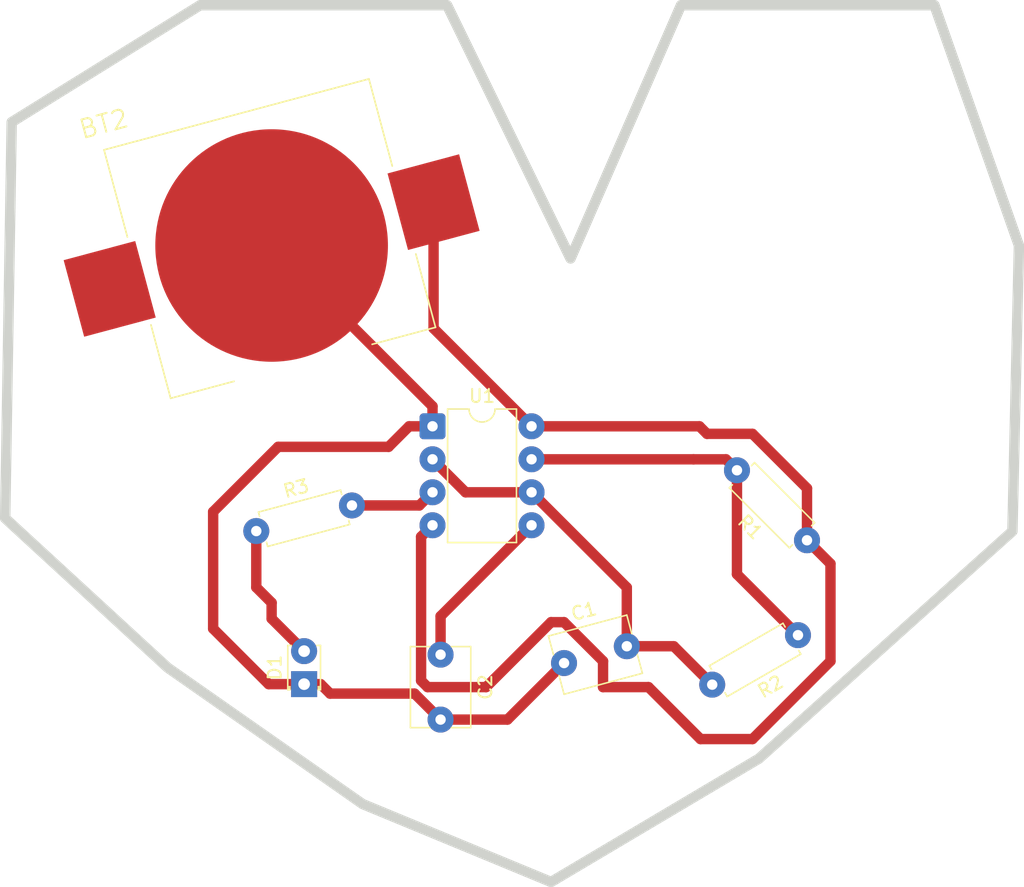
<source format=kicad_pcb>
(kicad_pcb (version 20241229) (generator "pcbnew") (generator_version "9.0")
  (layers (0 "F.Cu" signal) (2 "B.Cu" signal) (13 "F.Paste" user) (15 "B.Paste" user) (5 "F.SilkS" user "F.Silkscreen") (7 "B.SilkS" user "B.Silkscreen") (1 "F.Mask" user) (3 "B.Mask" user) (25 "Edge.Cuts" user))
  (net 0 "")
  (net 1 "GND")
  (net 2 "+3V0")
  (net 3 "Net-(U1-THR)")
  (net 4 "Net-(U1-CV)")
  (net 5 "Net-(D1-A)")
  (net 6 "Net-(U1-DIS)")
  (net 7 "Net-(U1-Q)")
  (footprint "Capacitor_THT:C_Disc_D6.0mm_W4.4mm_P5.00mm" (layer "F.Cu") (at 133 104.5 -90)
    (property "Reference" "C2" (at 2.500002 -3.449998 90) (layer "F.SilkS"))
    (property "Value" "10n")
    (fp_line (start 5.620001 2.319999) (end -0.62 2.319998) (stroke (width 0.12)) (layer "F.SilkS"))
    (fp_line (start -0.62 2.319998) (end -0.619999 0.835) (stroke (width 0.12)) (layer "F.SilkS"))
    (fp_line (start 5.62 0.835) (end 5.620001 2.319999) (stroke (width 0.12)) (layer "F.SilkS"))
    (fp_line (start -0.62 -0.835002) (end -0.619999 -2.32) (stroke (width 0.12)) (layer "F.SilkS"))
    (fp_line (start 5.619999 -2.319999) (end 5.62 -0.835) (stroke (width 0.12)) (layer "F.SilkS"))
    (fp_line (start -0.619999 -2.32) (end 5.619999 -2.319999) (stroke (width 0.12)) (layer "F.SilkS"))
    (pad "1" thru_hole circle (at 0 0 270) (size 2 2) (drill 0.8) (layers "*.Cu" "*.Mask") (net 4 "Net-(U1-CV)"))
    (pad "2" thru_hole circle (at 5 0 270) (size 2 2) (drill 0.8) (layers "*.Cu" "*.Mask") (net 1 "GND"))
  )
  (footprint "Resistor_THT:R_Axial_DIN0207_L6.3mm_D2.5mm_P7.62mm_Horizontal" (layer "F.Cu") (at 161.194077 95.694076 135)
    (property "Reference" "R1" (at 3.81 -2.370001 135) (layer "F.SilkS"))
    (property "Value" "R")
    (fp_line (start 7.080001 -1.37) (end 7.080001 -1.040001) (stroke (width 0.12)) (layer "F.SilkS"))
    (fp_line (start 7.080001 1.369999) (end 7.079999 1.039999) (stroke (width 0.12)) (layer "F.SilkS"))
    (fp_line (start 0.540001 -1.369999) (end 7.080001 -1.37) (stroke (width 0.12)) (layer "F.SilkS"))
    (fp_line (start 0.539998 -1.039999) (end 0.540001 -1.369999) (stroke (width 0.12)) (layer "F.SilkS"))
    (fp_line (start 0.539999 1.040001) (end 0.539999 1.370001) (stroke (width 0.12)) (layer "F.SilkS"))
    (fp_line (start 0.539999 1.370001) (end 7.080001 1.369999) (stroke (width 0.12)) (layer "F.SilkS"))
    (pad "1" thru_hole circle (at 0 0 135) (size 2 2) (drill 0.8) (layers "*.Cu" "*.Mask") (net 2 "+3V0"))
    (pad "2" thru_hole circle (at 7.62 0 135) (size 2 2) (drill 0.8) (layers "*.Cu" "*.Mask") (net 6 "Net-(U1-DIS)"))
  )
  (footprint "Resistor_THT:R_Axial_DIN0207_L6.3mm_D2.5mm_P7.62mm_Horizontal" (layer "F.Cu") (at 160.5 103 -150)
    (property "Reference" "R2" (at 3.809999 -2.37 30) (layer "F.SilkS"))
    (property "Value" "R")
    (fp_line (start 7.080001 1.370001) (end 7.080002 1.040002) (stroke (width 0.12)) (layer "F.SilkS"))
    (fp_line (start 7.080001 -1.369999) (end 7.08 -1.039998) (stroke (width 0.12)) (layer "F.SilkS"))
    (fp_line (start 0.54 1.369998) (end 7.080001 1.370001) (stroke (width 0.12)) (layer "F.SilkS"))
    (fp_line (start 0.539998 1.04) (end 0.54 1.369998) (stroke (width 0.12)) (layer "F.SilkS"))
    (fp_line (start 0.539999 -1.040001) (end 0.539999 -1.370001) (stroke (width 0.12)) (layer "F.SilkS"))
    (fp_line (start 0.539999 -1.370001) (end 7.080001 -1.369999) (stroke (width 0.12)) (layer "F.SilkS"))
    (pad "1" thru_hole circle (at 0 0 210) (size 2 2) (drill 0.8) (layers "*.Cu" "*.Mask") (net 6 "Net-(U1-DIS)"))
    (pad "2" thru_hole circle (at 7.62 0 210) (size 2 2) (drill 0.8) (layers "*.Cu" "*.Mask") (net 3 "Net-(U1-THR)"))
  )
  (footprint "Capacitor_THT:C_Disc_D6.0mm_W4.4mm_P5.00mm" (layer "F.Cu") (at 142.5 105.147048 15)
    (property "Reference" "C1" (at 2.5 -3.45 15) (layer "F.SilkS"))
    (property "Value" "C")
    (fp_line (start -0.62 -2.32) (end 5.62 -2.32) (stroke (width 0.12)) (layer "F.SilkS"))
    (fp_line (start -0.62 -0.835) (end -0.62 -2.32) (stroke (width 0.12)) (layer "F.SilkS"))
    (fp_line (start -0.62 2.32) (end -0.62 0.835) (stroke (width 0.12)) (layer "F.SilkS"))
    (fp_line (start 5.62 -2.32) (end 5.62 -0.835) (stroke (width 0.12)) (layer "F.SilkS"))
    (fp_line (start 5.62 0.835) (end 5.62 2.32) (stroke (width 0.12)) (layer "F.SilkS"))
    (fp_line (start 5.62 2.32) (end -0.62 2.32) (stroke (width 0.12)) (layer "F.SilkS"))
    (pad "1" thru_hole circle (at 0 0 15) (size 2 2) (drill 0.8) (layers "*.Cu" "*.Mask") (net 1 "GND"))
    (pad "2" thru_hole circle (at 5 0 15) (size 2 2) (drill 0.8) (layers "*.Cu" "*.Mask") (net 3 "Net-(U1-THR)"))
  )
  (footprint "LED_THT:LED_D1.8mm_W3.3mm_H2.4mm" (layer "F.Cu") (at 122.499999 106.77 90)
    (property "Reference" "D1" (at 1.270001 -2.26 90) (layer "F.SilkS"))
    (property "Value" "LED")
    (fp_line (start 2.98 -1.26) (end 2.979999 -0.986001) (stroke (width 0.12)) (layer "F.SilkS"))
    (fp_line (start -0.2 -1.26) (end -0.200002 -1.080001) (stroke (width 0.12)) (layer "F.SilkS"))
    (fp_line (start -0.44 -1.26) (end 2.98 -1.26) (stroke (width 0.12)) (layer "F.SilkS"))
    (fp_line (start -0.320002 -1.259999) (end -0.320002 -1.080001) (stroke (width 0.12)) (layer "F.SilkS"))
    (fp_line (start -0.439998 -1.079999) (end -0.44 -1.26) (stroke (width 0.12)) (layer "F.SilkS"))
    (fp_line (start 2.980001 0.986) (end 2.98 1.26) (stroke (width 0.12)) (layer "F.SilkS"))
    (fp_line (start -0.200002 1.079999) (end -0.2 1.26) (stroke (width 0.12)) (layer "F.SilkS"))
    (fp_line (start -0.320001 1.08) (end -0.320001 1.260002) (stroke (width 0.12)) (layer "F.SilkS"))
    (fp_line (start 2.98 1.26) (end -0.44 1.26) (stroke (width 0.12)) (layer "F.SilkS"))
    (fp_line (start -0.44 1.26) (end -0.44 1.08) (stroke (width 0.12)) (layer "F.SilkS"))
    (pad "1" thru_hole rect (at 0 0 90) (size 2 2) (drill 0.9) (layers "*.Cu" "*.Mask") (net 1 "GND"))
    (pad "2" thru_hole circle (at 2.540002 -0.000003 90) (size 2 2) (drill 0.9) (layers "*.Cu" "*.Mask") (net 5 "Net-(D1-A)"))
  )
  (footprint "Resistor_THT:R_Axial_DIN0207_L6.3mm_D2.5mm_P7.62mm_Horizontal" (layer "F.Cu") (at 118.819823 94.986101 15)
    (property "Reference" "R3" (at 3.809999 -2.370001 15) (layer "F.SilkS"))
    (property "Value" "R")
    (fp_line (start 0.54 -1.37) (end 7.08 -1.37) (stroke (width 0.12)) (layer "F.SilkS"))
    (fp_line (start 0.54 -1.04) (end 0.54 -1.37) (stroke (width 0.12)) (layer "F.SilkS"))
    (fp_line (start 0.54 1.04) (end 0.54 1.37) (stroke (width 0.12)) (layer "F.SilkS"))
    (fp_line (start 0.54 1.37) (end 7.08 1.37) (stroke (width 0.12)) (layer "F.SilkS"))
    (fp_line (start 7.08 -1.37) (end 7.08 -1.04) (stroke (width 0.12)) (layer "F.SilkS"))
    (fp_line (start 7.08 1.37) (end 7.08 1.04) (stroke (width 0.12)) (layer "F.SilkS"))
    (pad "1" thru_hole circle (at 0 0 15) (size 2 2) (drill 0.8) (layers "*.Cu" "*.Mask") (net 5 "Net-(D1-A)"))
    (pad "2" thru_hole circle (at 7.62 0 15) (size 2 2) (drill 0.8) (layers "*.Cu" "*.Mask") (net 7 "Net-(U1-Q)"))
  )
  (footprint "Package_DIP:DIP-8_W7.62mm" (layer "F.Cu") (at 132.38 86.92)
    (property "Reference" "U1" (at 3.81 -2.33 0) (layer "F.SilkS"))
    (property "Value" "TLC555xP")
    (fp_line (start 1.16 -1.33) (end 1.16 8.95) (stroke (width 0.12)) (layer "F.SilkS"))
    (fp_line (start 1.16 8.95) (end 6.46 8.95) (stroke (width 0.12)) (layer "F.SilkS"))
    (fp_line (start 2.81 -1.33) (end 1.16 -1.33) (stroke (width 0.12)) (layer "F.SilkS"))
    (fp_line (start 6.46 -1.33) (end 4.81 -1.33) (stroke (width 0.12)) (layer "F.SilkS"))
    (fp_line (start 6.46 8.95) (end 6.46 -1.33) (stroke (width 0.12)) (layer "F.SilkS"))
    (fp_arc (start 4.81 -1.33) (mid 3.81 -0.33) (end 2.81 -1.33) (stroke (width 0.12)) (layer "F.SilkS"))
    (pad "1" thru_hole roundrect (at 0 0) (size 2 2) (drill 0.8) (layers "*.Cu" "*.Mask") (roundrect_rratio 0.15625) (net 1 "GND"))
    (pad "2" thru_hole circle (at 0 2.54) (size 2 2) (drill 0.8) (layers "*.Cu" "*.Mask") (net 3 "Net-(U1-THR)"))
    (pad "3" thru_hole circle (at 0 5.08) (size 2 2) (drill 0.8) (layers "*.Cu" "*.Mask") (net 7 "Net-(U1-Q)"))
    (pad "4" thru_hole circle (at 0 7.62) (size 2 2) (drill 0.8) (layers "*.Cu" "*.Mask") (net 2 "+3V0"))
    (pad "5" thru_hole circle (at 7.62 7.62) (size 2 2) (drill 0.8) (layers "*.Cu" "*.Mask") (net 4 "Net-(U1-CV)"))
    (pad "6" thru_hole circle (at 7.62 5.08) (size 2 2) (drill 0.8) (layers "*.Cu" "*.Mask") (net 3 "Net-(U1-THR)"))
    (pad "7" thru_hole circle (at 7.62 2.54) (size 2 2) (drill 0.8) (layers "*.Cu" "*.Mask") (net 6 "Net-(U1-DIS)"))
    (pad "8" thru_hole circle (at 7.62 0) (size 2 2) (drill 0.8) (layers "*.Cu" "*.Mask") (net 2 "+3V0"))
  )
  (footprint "BAT-HLD-003-SMT:BAT_BAT-HLD-003-SMT" (layer "F.Cu") (at 120 73 15)
    (property "Reference" "BT2" (at -10.055 -12.389 15) (layer "F.SilkS") (effects (font (size 1.4 1.4))))
    (property "Value" "BAT-HLD-003-SMT")
    (fp_line (start -10.55 -10.45) (end 10.550001 -10.45) (stroke (width 0.127)) (layer "F.SilkS"))
    (fp_line (start -10.55 -3.5) (end -10.55 -10.45) (stroke (width 0.127)) (layer "F.SilkS"))
    (fp_line (start -10.55 3.5) (end -10.55 9.35) (stroke (width 0.127)) (layer "F.SilkS"))
    (fp_line (start -10.55 9.35) (end -5.5 9.35) (stroke (width 0.127)) (layer "F.SilkS"))
    (fp_line (start 10.550001 -10.45) (end 10.55 -3.5) (stroke (width 0.127)) (layer "F.SilkS"))
    (fp_line (start 5.5 9.35) (end 10.55 9.350001) (stroke (width 0.127)) (layer "F.SilkS"))
    (fp_line (start 10.55 9.350001) (end 10.55 3.5) (stroke (width 0.127)) (layer "F.SilkS"))
    (pad "N" smd circle (at 0 0 15) (size 17.9 17.9) (layers "F.Cu" "F.Mask") (net 1 "GND"))
    (pad "P1" smd rect (at -12.899999 0.000001 15) (size 5.7 6.1) (layers "F.Cu" "F.Mask" "F.Paste") (net 2 "+3V0"))
    (pad "P2" smd rect (at 12.899999 -0.000001 15) (size 5.7 6.1) (layers "F.Cu" "F.Mask" "F.Paste") (net 2 "+3V0"))
  )
  (gr_poly (pts (xy 99.5 94) (xy 100 63.5) (xy 114.5 54.5) (xy 133.5 54.5) (xy 143 74) (xy 151.5 54.5) (xy 171 54.5) (xy 177.5 73) (xy 177 95) (xy 157.5 112.5) (xy 141.5 122) (xy 127 116) (xy 112 105.5)) (stroke (width 0.8)) (fill no) (layer "Edge.Cuts"))
  (segment (start 123.77 106.77) (end 124.5 107.5) (width 0.8) (layer "F.Cu") (net 1))
  (segment (start 119.77 106.77) (end 122.499999 106.77) (width 0.8) (layer "F.Cu") (net 1))
  (segment (start 131 107.5) (end 133 109.5) (width 0.8) (layer "F.Cu") (net 1))
  (segment (start 132.38 86.92) (end 130.58 86.92) (width 0.8) (layer "F.Cu") (net 1))
  (segment (start 129 88.5) (end 120.5 88.5) (width 0.8) (layer "F.Cu") (net 1))
  (segment (start 115.5 93.5) (end 115.5 102.5) (width 0.8) (layer "F.Cu") (net 1))
  (segment (start 130.58 86.92) (end 129 88.5) (width 0.8) (layer "F.Cu") (net 1))
  (segment (start 132.38 86.92) (end 132.38 85.38) (width 0.8) (layer "F.Cu") (net 1))
  (segment (start 132.38 85.38) (end 120 73) (width 0.8) (layer "F.Cu") (net 1))
  (segment (start 120.5 88.5) (end 115.5 93.5) (width 0.8) (layer "F.Cu") (net 1))
  (segment (start 138.147048 109.5) (end 142.5 105.147048) (width 0.8) (layer "F.Cu") (net 1))
  (segment (start 115.5 102.5) (end 119.77 106.77) (width 0.8) (layer "F.Cu") (net 1))
  (segment (start 124.5 107.5) (end 131 107.5) (width 0.8) (layer "F.Cu") (net 1))
  (segment (start 122.499999 106.77) (end 123.77 106.77) (width 0.8) (layer "F.Cu") (net 1))
  (segment (start 133 109.5) (end 138.147048 109.5) (width 0.8) (layer "F.Cu") (net 1))
  (segment (start 132.38 94.54) (end 131.5 95.42) (width 0.8) (layer "F.Cu") (net 2))
  (segment (start 157 111) (end 163 105) (width 0.8) (layer "F.Cu") (net 2))
  (segment (start 149 107) (end 153 111) (width 0.8) (layer "F.Cu") (net 2))
  (segment (start 145.5 107) (end 149 107) (width 0.8) (layer "F.Cu") (net 2))
  (segment (start 163 105) (end 163 97.499999) (width 0.8) (layer "F.Cu") (net 2))
  (segment (start 161.194077 91.694077) (end 157 87.5) (width 0.8) (layer "F.Cu") (net 2))
  (segment (start 132 107) (end 136.5 107) (width 0.8) (layer "F.Cu") (net 2))
  (segment (start 152.92 86.92) (end 140 86.92) (width 0.8) (layer "F.Cu") (net 2))
  (segment (start 132.460442 79.380442) (end 132.460442 69.661234) (width 0.8) (layer "F.Cu") (net 2))
  (segment (start 140 86.92) (end 132.460442 79.380442) (width 0.8) (layer "F.Cu") (net 2))
  (segment (start 136.5 107) (end 141.5 102) (width 0.8) (layer "F.Cu") (net 2))
  (segment (start 153.5 87.5) (end 152.92 86.92) (width 0.8) (layer "F.Cu") (net 2))
  (segment (start 131.5 95.42) (end 131.5 106.5) (width 0.8) (layer "F.Cu") (net 2))
  (segment (start 161.194077 95.694076) (end 161.194077 91.694077) (width 0.8) (layer "F.Cu") (net 2))
  (segment (start 153 111) (end 157 111) (width 0.8) (layer "F.Cu") (net 2))
  (segment (start 163 97.499999) (end 161.194077 95.694076) (width 0.8) (layer "F.Cu") (net 2))
  (segment (start 157 87.5) (end 153.5 87.5) (width 0.8) (layer "F.Cu") (net 2))
  (segment (start 141.5 102) (end 142.5 102) (width 0.8) (layer "F.Cu") (net 2))
  (segment (start 145.5 105) (end 145.5 107) (width 0.8) (layer "F.Cu") (net 2))
  (segment (start 131.5 106.5) (end 132 107) (width 0.8) (layer "F.Cu") (net 2))
  (segment (start 142.5 102) (end 145.5 105) (width 0.8) (layer "F.Cu") (net 2))
  (segment (start 147.329629 99.329629) (end 147.329629 103.852953) (width 0.8) (layer "F.Cu") (net 3))
  (segment (start 132.38 89.46) (end 134.92 92) (width 0.8) (layer "F.Cu") (net 3))
  (segment (start 140 92) (end 147.329629 99.329629) (width 0.8) (layer "F.Cu") (net 3))
  (segment (start 134.92 92) (end 140 92) (width 0.8) (layer "F.Cu") (net 3))
  (segment (start 150.943839 103.852953) (end 153.900886 106.81) (width 0.8) (layer "F.Cu") (net 3))
  (segment (start 147.329629 103.852953) (end 150.943839 103.852953) (width 0.8) (layer "F.Cu") (net 3))
  (segment (start 140 94.54) (end 133 101.54) (width 0.8) (layer "F.Cu") (net 4))
  (segment (start 133 101.54) (end 133 104.5) (width 0.8) (layer "F.Cu") (net 4))
  (segment (start 118.819823 94.986101) (end 118.819823 99.319823) (width 0.8) (layer "F.Cu") (net 5))
  (segment (start 120 100.5) (end 120 101.730002) (width 0.8) (layer "F.Cu") (net 5))
  (segment (start 120 101.730002) (end 122.499996 104.229998) (width 0.8) (layer "F.Cu") (net 5))
  (segment (start 118.819823 99.319823) (end 120 100.5) (width 0.8) (layer "F.Cu") (net 5))
  (segment (start 160.5 103) (end 155.805923 98.305923) (width 0.8) (layer "F.Cu") (net 6))
  (segment (start 154.960001 89.46) (end 155.805923 90.305922) (width 0.8) (layer "F.Cu") (net 6))
  (segment (start 155.805923 98.305923) (end 155.805923 90.305922) (width 0.8) (layer "F.Cu") (net 6))
  (segment (start 152.46 89.46) (end 154.960001 89.46) (width 0.8) (layer "F.Cu") (net 6))
  (segment (start 152.46 89.46) (end 140 89.46) (width 0.8) (layer "F.Cu") (net 6))
  (segment (start 132.38 92) (end 131.3661 93.0139) (width 0.8) (layer "F.Cu") (net 7))
  (segment (start 131.3661 93.0139) (end 126.180178 93.0139) (width 0.8) (layer "F.Cu") (net 7))
)
</source>
